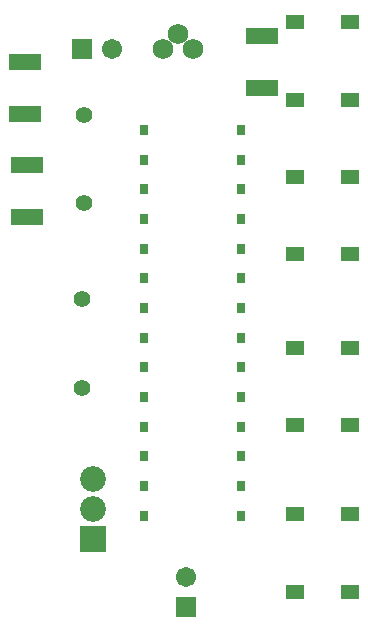
<source format=gts>
G04*
G04 #@! TF.GenerationSoftware,Altium Limited,Altium Designer,20.2.5 (213)*
G04*
G04 Layer_Color=8388736*
%FSLAX25Y25*%
%MOIN*%
G70*
G04*
G04 #@! TF.SameCoordinates,4BDDF83D-22BF-46A4-B0D9-F4370223F083*
G04*
G04*
G04 #@! TF.FilePolarity,Negative*
G04*
G01*
G75*
%ADD17R,0.11036X0.05524*%
%ADD18R,0.06706X0.06706*%
%ADD19C,0.06706*%
%ADD20C,0.05524*%
%ADD21R,0.06312X0.04737*%
%ADD22C,0.08595*%
%ADD23R,0.08595X0.08595*%
%ADD24R,0.02650X0.03320*%
%ADD25C,0.06808*%
%ADD26R,0.06706X0.06706*%
D17*
X566500Y432839D02*
D03*
Y450161D02*
D03*
X567000Y398339D02*
D03*
Y415661D02*
D03*
X645500Y441339D02*
D03*
Y458661D02*
D03*
D18*
X620000Y268500D02*
D03*
D19*
Y278500D02*
D03*
X595500Y454500D02*
D03*
D20*
X586000Y432528D02*
D03*
Y403000D02*
D03*
X585500Y371028D02*
D03*
Y341500D02*
D03*
D21*
X674634Y437587D02*
D03*
X656366D02*
D03*
Y463413D02*
D03*
X674634D02*
D03*
Y386000D02*
D03*
X656366D02*
D03*
Y411827D02*
D03*
X674634D02*
D03*
Y329000D02*
D03*
X656366D02*
D03*
Y354827D02*
D03*
X674634D02*
D03*
Y273587D02*
D03*
X656366D02*
D03*
Y299413D02*
D03*
X674634D02*
D03*
D22*
X589000Y311079D02*
D03*
Y301039D02*
D03*
D23*
Y291000D02*
D03*
D24*
X638402Y298945D02*
D03*
Y308827D02*
D03*
Y318709D02*
D03*
Y328591D02*
D03*
Y427410D02*
D03*
Y417528D02*
D03*
Y407646D02*
D03*
Y397764D02*
D03*
Y338472D02*
D03*
Y348354D02*
D03*
Y358236D02*
D03*
Y368118D02*
D03*
Y378000D02*
D03*
Y387882D02*
D03*
X606000Y298945D02*
D03*
Y308827D02*
D03*
Y318709D02*
D03*
Y328591D02*
D03*
Y427410D02*
D03*
Y417528D02*
D03*
Y407646D02*
D03*
Y387882D02*
D03*
Y348354D02*
D03*
Y338472D02*
D03*
Y358236D02*
D03*
Y368118D02*
D03*
Y397764D02*
D03*
Y378000D02*
D03*
D25*
X612500Y454500D02*
D03*
X617500Y459500D02*
D03*
X622500Y454500D02*
D03*
D26*
X585500D02*
D03*
M02*

</source>
